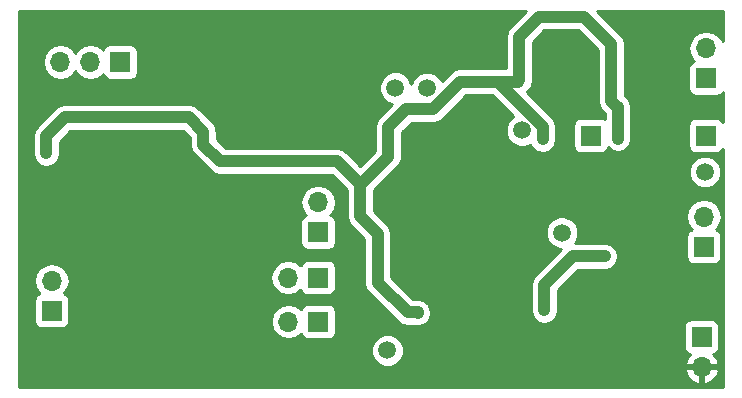
<source format=gbr>
G04 #@! TF.FileFunction,Copper,L2,Bot,Signal*
%FSLAX46Y46*%
G04 Gerber Fmt 4.6, Leading zero omitted, Abs format (unit mm)*
G04 Created by KiCad (PCBNEW 4.0.2-stable) date 15/05/2017 19:39:16*
%MOMM*%
G01*
G04 APERTURE LIST*
%ADD10C,0.100000*%
%ADD11R,1.700000X1.700000*%
%ADD12O,1.700000X1.700000*%
%ADD13C,1.500000*%
%ADD14C,0.800000*%
%ADD15C,0.600000*%
%ADD16C,1.000000*%
%ADD17C,0.500000*%
%ADD18C,0.254000*%
G04 APERTURE END LIST*
D10*
D11*
X234861100Y-72644000D03*
D12*
X234861100Y-70104000D03*
D11*
X235064300Y-58381900D03*
D12*
X235064300Y-55841900D03*
D11*
X202222100Y-78981300D03*
D12*
X199682100Y-78981300D03*
D11*
X202196700Y-75260200D03*
D12*
X199656700Y-75260200D03*
D11*
X234670600Y-80289400D03*
D12*
X234670600Y-82829400D03*
D13*
X219468700Y-62801500D03*
X211442300Y-59232800D03*
X234975400Y-66319400D03*
X208749900Y-59194700D03*
X222859600Y-71450200D03*
X208076800Y-81432400D03*
D11*
X202209400Y-71424800D03*
D12*
X202209400Y-68884800D03*
D11*
X185458100Y-57010300D03*
D12*
X182918100Y-57010300D03*
X180378100Y-57010300D03*
D11*
X225298000Y-63233300D03*
X235026200Y-63233300D03*
X179654200Y-78066900D03*
D12*
X179654200Y-75526900D03*
D14*
X221208600Y-63563500D03*
X221348300Y-78028800D03*
X226479100Y-73444100D03*
X227025200Y-59715400D03*
X227596700Y-62090300D03*
X227596700Y-60807600D03*
X227596700Y-63487300D03*
X179184300Y-63284100D03*
X179197000Y-64731900D03*
X196646800Y-65430400D03*
X195402200Y-65443100D03*
X201612500Y-65430400D03*
X205752700Y-68681600D03*
X204730350Y-66338450D03*
X203822300Y-65430400D03*
X205714600Y-67335400D03*
X205720950Y-67329050D03*
X205765400Y-70078600D03*
X193967100Y-65430400D03*
X210667600Y-78232000D03*
X225386900Y-56159400D03*
D15*
X219710000Y-84353400D03*
X184429400Y-81749900D03*
X190639700Y-81762600D03*
X212064600Y-73355200D03*
X229146100Y-59982100D03*
X231089200Y-59982100D03*
X177787300Y-68770500D03*
X231635300Y-84302600D03*
X229743000Y-84289900D03*
X212750400Y-83553300D03*
X218173300Y-76022200D03*
X216306400Y-76034900D03*
X205435200Y-54394100D03*
X202933300Y-64147700D03*
X205422500Y-64173100D03*
X180555900Y-68681600D03*
X191731900Y-69494400D03*
X191731900Y-67868800D03*
X226529900Y-71551800D03*
X222961200Y-61772800D03*
X222707200Y-67005200D03*
X222973900Y-69723000D03*
X199053450Y-53257450D03*
X197345300Y-68783200D03*
X197345300Y-67005200D03*
X214706200Y-76504800D03*
X214655400Y-74676000D03*
X199002650Y-66744850D03*
X180555900Y-67881500D03*
D16*
X216369900Y-58686700D02*
X217411300Y-58686700D01*
X221208600Y-62484000D02*
X221208600Y-63563500D01*
X217411300Y-58686700D02*
X221208600Y-62484000D01*
X221348300Y-78028800D02*
X221348300Y-75869800D01*
X221348300Y-75869800D02*
X223774000Y-73444100D01*
X223774000Y-73444100D02*
X226479100Y-73444100D01*
X227596700Y-60807600D02*
X227596700Y-60896500D01*
X205714600Y-67335400D02*
X205841600Y-67335400D01*
X205841600Y-67335400D02*
X208153000Y-65024000D01*
X208153000Y-65024000D02*
X208153000Y-62496700D01*
X208153000Y-62496700D02*
X209651600Y-60998100D01*
X209651600Y-60998100D02*
X211950300Y-60998100D01*
X211950300Y-60998100D02*
X214261700Y-58686700D01*
X214261700Y-58686700D02*
X216369900Y-58686700D01*
X216369900Y-58686700D02*
X219113100Y-58686700D01*
X219113100Y-58686700D02*
X219227400Y-58572400D01*
X219227400Y-58572400D02*
X219227400Y-54851300D01*
X219227400Y-54851300D02*
X220903800Y-53174900D01*
X220903800Y-53174900D02*
X224701100Y-53174900D01*
X224701100Y-53174900D02*
X227025200Y-55499000D01*
X227025200Y-55499000D02*
X227025200Y-59715400D01*
X227025200Y-59715400D02*
X227025200Y-60325000D01*
X227025200Y-60325000D02*
X227596700Y-60896500D01*
X227596700Y-60896500D02*
X227596700Y-62090300D01*
X227596700Y-62090300D02*
X227596700Y-63487300D01*
X179184300Y-63284100D02*
X179197000Y-63296800D01*
X179197000Y-63296800D02*
X179197000Y-63423800D01*
X179197000Y-64731900D02*
X179197000Y-63423800D01*
D17*
X179197000Y-63423800D02*
X179197000Y-63271400D01*
D16*
X193916300Y-65430400D02*
X192481200Y-63995300D01*
X192481200Y-63995300D02*
X192481200Y-62928500D01*
X192481200Y-62928500D02*
X191249300Y-61696600D01*
X191249300Y-61696600D02*
X180771800Y-61696600D01*
X180771800Y-61696600D02*
X179197000Y-63271400D01*
X193967100Y-65430400D02*
X193916300Y-65430400D01*
D17*
X195402200Y-65443100D02*
X195402200Y-65430400D01*
X195402200Y-65430400D02*
X195402200Y-65443100D01*
X195402200Y-65443100D02*
X195402200Y-65430400D01*
D16*
X201612500Y-65430400D02*
X196646800Y-65430400D01*
X202272900Y-65430400D02*
X201612500Y-65430400D01*
X202272900Y-65405000D02*
X202272900Y-65430400D01*
X202272900Y-65405000D02*
X202272900Y-65430400D01*
X205752700Y-68681600D02*
X205765400Y-68681600D01*
X205765400Y-68681600D02*
X205752700Y-68681600D01*
X205752700Y-68681600D02*
X205765400Y-68681600D01*
X205714600Y-67335400D02*
X205720950Y-67329050D01*
X205765400Y-70015100D02*
X205765400Y-70078600D01*
X203822300Y-65430400D02*
X202272900Y-65430400D01*
X196646800Y-65430400D02*
X195402200Y-65430400D01*
X195402200Y-65430400D02*
X193967100Y-65430400D01*
X205765400Y-67373500D02*
X204730350Y-66338450D01*
X204730350Y-66338450D02*
X203822300Y-65430400D01*
X205765400Y-70015100D02*
X205765400Y-68681600D01*
X205765400Y-68681600D02*
X205765400Y-67373500D01*
X207251300Y-71564500D02*
X205765400Y-70078600D01*
X207251300Y-75679300D02*
X207251300Y-71564500D01*
X209778600Y-78206600D02*
X207251300Y-75679300D01*
X210642200Y-78206600D02*
X209778600Y-78206600D01*
X210667600Y-78232000D02*
X210642200Y-78206600D01*
D18*
G36*
X218424834Y-54048734D02*
X218178797Y-54416954D01*
X218092400Y-54851300D01*
X218092400Y-57551700D01*
X214261700Y-57551700D01*
X213827354Y-57638097D01*
X213570172Y-57809941D01*
X213459134Y-57884134D01*
X212698077Y-58645191D01*
X212617131Y-58449285D01*
X212227864Y-58059339D01*
X211719002Y-57848041D01*
X211168015Y-57847560D01*
X210658785Y-58057969D01*
X210268839Y-58447236D01*
X210103826Y-58844630D01*
X209924731Y-58411185D01*
X209535464Y-58021239D01*
X209026602Y-57809941D01*
X208475615Y-57809460D01*
X207966385Y-58019869D01*
X207576439Y-58409136D01*
X207365141Y-58917998D01*
X207364660Y-59468985D01*
X207575069Y-59978215D01*
X207964336Y-60368161D01*
X208467482Y-60577085D01*
X207350434Y-61694134D01*
X207104397Y-62062354D01*
X207018000Y-62496700D01*
X207018000Y-64553868D01*
X205784450Y-65787418D01*
X204624866Y-64627834D01*
X204586852Y-64602434D01*
X204256646Y-64381797D01*
X203822300Y-64295400D01*
X202400594Y-64295400D01*
X202272900Y-64270000D01*
X202145206Y-64295400D01*
X194386432Y-64295400D01*
X193616200Y-63525168D01*
X193616200Y-62928500D01*
X193600537Y-62849755D01*
X193529804Y-62494155D01*
X193283766Y-62125934D01*
X192051866Y-60894034D01*
X191986563Y-60850400D01*
X191683646Y-60647997D01*
X191249300Y-60561600D01*
X180771800Y-60561600D01*
X180337455Y-60647996D01*
X179969234Y-60894033D01*
X178394434Y-62468834D01*
X178389347Y-62476447D01*
X178381734Y-62481534D01*
X178135697Y-62849755D01*
X178049300Y-63284100D01*
X178062000Y-63347947D01*
X178062000Y-64731900D01*
X178148397Y-65166246D01*
X178394434Y-65534466D01*
X178762654Y-65780503D01*
X179197000Y-65866900D01*
X179631346Y-65780503D01*
X179999566Y-65534466D01*
X180245603Y-65166246D01*
X180332000Y-64731900D01*
X180332000Y-63741532D01*
X181241933Y-62831600D01*
X190779168Y-62831600D01*
X191346200Y-63398632D01*
X191346200Y-63995300D01*
X191432597Y-64429646D01*
X191565022Y-64627834D01*
X191678634Y-64797866D01*
X193113734Y-66232966D01*
X193481954Y-66479003D01*
X193916300Y-66565400D01*
X203352168Y-66565400D01*
X204630400Y-67843632D01*
X204630400Y-68617753D01*
X204617700Y-68681600D01*
X204630400Y-68745447D01*
X204630400Y-70078600D01*
X204716797Y-70512946D01*
X204823264Y-70672285D01*
X204962834Y-70881166D01*
X206116300Y-72034632D01*
X206116300Y-75679300D01*
X206202697Y-76113646D01*
X206368702Y-76362090D01*
X206448734Y-76481866D01*
X208976034Y-79009166D01*
X209344254Y-79255203D01*
X209778600Y-79341600D01*
X210539906Y-79341600D01*
X210667600Y-79367000D01*
X211101945Y-79280603D01*
X211470166Y-79034566D01*
X211716203Y-78666345D01*
X211802600Y-78232000D01*
X211716203Y-77797655D01*
X211470166Y-77429434D01*
X211444766Y-77404034D01*
X211135187Y-77197180D01*
X211076546Y-77157997D01*
X210642200Y-77071600D01*
X210248732Y-77071600D01*
X209046932Y-75869800D01*
X220213300Y-75869800D01*
X220213300Y-78028800D01*
X220299697Y-78463146D01*
X220545734Y-78831366D01*
X220913954Y-79077403D01*
X221348300Y-79163800D01*
X221782646Y-79077403D01*
X222150866Y-78831366D01*
X222396903Y-78463146D01*
X222483300Y-78028800D01*
X222483300Y-76339932D01*
X224244132Y-74579100D01*
X226479100Y-74579100D01*
X226913446Y-74492703D01*
X227281666Y-74246666D01*
X227527703Y-73878446D01*
X227614100Y-73444100D01*
X227527703Y-73009754D01*
X227281666Y-72641534D01*
X226913446Y-72395497D01*
X226479100Y-72309100D01*
X223959597Y-72309100D01*
X224033061Y-72235764D01*
X224244359Y-71726902D01*
X224244840Y-71175915D01*
X224034431Y-70666685D01*
X223645164Y-70276739D01*
X223229163Y-70104000D01*
X233347007Y-70104000D01*
X233460046Y-70672285D01*
X233781953Y-71154054D01*
X233823552Y-71181850D01*
X233775783Y-71190838D01*
X233559659Y-71329910D01*
X233414669Y-71542110D01*
X233363660Y-71794000D01*
X233363660Y-73494000D01*
X233407938Y-73729317D01*
X233547010Y-73945441D01*
X233759210Y-74090431D01*
X234011100Y-74141440D01*
X235711100Y-74141440D01*
X235946417Y-74097162D01*
X236162541Y-73958090D01*
X236307531Y-73745890D01*
X236358540Y-73494000D01*
X236358540Y-71794000D01*
X236314262Y-71558683D01*
X236175190Y-71342559D01*
X235962990Y-71197569D01*
X235895559Y-71183914D01*
X235940247Y-71154054D01*
X236262154Y-70672285D01*
X236375193Y-70104000D01*
X236262154Y-69535715D01*
X235940247Y-69053946D01*
X235458478Y-68732039D01*
X234890193Y-68619000D01*
X234832007Y-68619000D01*
X234263722Y-68732039D01*
X233781953Y-69053946D01*
X233460046Y-69535715D01*
X233347007Y-70104000D01*
X223229163Y-70104000D01*
X223136302Y-70065441D01*
X222585315Y-70064960D01*
X222076085Y-70275369D01*
X221686139Y-70664636D01*
X221474841Y-71173498D01*
X221474360Y-71724485D01*
X221684769Y-72233715D01*
X222074036Y-72623661D01*
X222582898Y-72834959D01*
X222777839Y-72835129D01*
X220545734Y-75067234D01*
X220299697Y-75435454D01*
X220213300Y-75869800D01*
X209046932Y-75869800D01*
X208386300Y-75209168D01*
X208386300Y-71564500D01*
X208299903Y-71130154D01*
X208053866Y-70761934D01*
X206900400Y-69608468D01*
X206900400Y-67881732D01*
X208188447Y-66593685D01*
X233590160Y-66593685D01*
X233800569Y-67102915D01*
X234189836Y-67492861D01*
X234698698Y-67704159D01*
X235249685Y-67704640D01*
X235758915Y-67494231D01*
X236148861Y-67104964D01*
X236360159Y-66596102D01*
X236360640Y-66045115D01*
X236150231Y-65535885D01*
X235760964Y-65145939D01*
X235252102Y-64934641D01*
X234701115Y-64934160D01*
X234191885Y-65144569D01*
X233801939Y-65533836D01*
X233590641Y-66042698D01*
X233590160Y-66593685D01*
X208188447Y-66593685D01*
X208955566Y-65826566D01*
X209073626Y-65649877D01*
X209201603Y-65458346D01*
X209288000Y-65024000D01*
X209288000Y-62966832D01*
X210121733Y-62133100D01*
X211950300Y-62133100D01*
X212384646Y-62046703D01*
X212752866Y-61800666D01*
X214731832Y-59821700D01*
X216941168Y-59821700D01*
X218728316Y-61608848D01*
X218685185Y-61626669D01*
X218295239Y-62015936D01*
X218083941Y-62524798D01*
X218083460Y-63075785D01*
X218293869Y-63585015D01*
X218683136Y-63974961D01*
X219191998Y-64186259D01*
X219742985Y-64186740D01*
X220168683Y-64010846D01*
X220406034Y-64366066D01*
X220774254Y-64612103D01*
X221208600Y-64698500D01*
X221642946Y-64612103D01*
X222011166Y-64366066D01*
X222257203Y-63997846D01*
X222343600Y-63563500D01*
X222343600Y-62484000D01*
X222257203Y-62049654D01*
X222011166Y-61681434D01*
X219857718Y-59527986D01*
X219915666Y-59489266D01*
X220029966Y-59374966D01*
X220276004Y-59006745D01*
X220362400Y-58572400D01*
X220362400Y-55321432D01*
X221373932Y-54309900D01*
X224230968Y-54309900D01*
X225890200Y-55969132D01*
X225890200Y-60325000D01*
X225976597Y-60759346D01*
X226165258Y-61041697D01*
X226222634Y-61127566D01*
X226461700Y-61366632D01*
X226461700Y-61829102D01*
X226399890Y-61786869D01*
X226148000Y-61735860D01*
X224448000Y-61735860D01*
X224212683Y-61780138D01*
X223996559Y-61919210D01*
X223851569Y-62131410D01*
X223800560Y-62383300D01*
X223800560Y-64083300D01*
X223844838Y-64318617D01*
X223983910Y-64534741D01*
X224196110Y-64679731D01*
X224448000Y-64730740D01*
X226148000Y-64730740D01*
X226383317Y-64686462D01*
X226599441Y-64547390D01*
X226744431Y-64335190D01*
X226763035Y-64243323D01*
X226794134Y-64289866D01*
X227162354Y-64535903D01*
X227596700Y-64622300D01*
X228031046Y-64535903D01*
X228399266Y-64289866D01*
X228645303Y-63921646D01*
X228731700Y-63487300D01*
X228731700Y-60807600D01*
X228645303Y-60373254D01*
X228399266Y-60005034D01*
X228160200Y-59845295D01*
X228160200Y-55499000D01*
X228073803Y-55064654D01*
X227827766Y-54696434D01*
X225797032Y-52665700D01*
X236449800Y-52665700D01*
X236449800Y-55250337D01*
X236143447Y-54791846D01*
X235661678Y-54469939D01*
X235093393Y-54356900D01*
X235035207Y-54356900D01*
X234466922Y-54469939D01*
X233985153Y-54791846D01*
X233663246Y-55273615D01*
X233550207Y-55841900D01*
X233663246Y-56410185D01*
X233985153Y-56891954D01*
X234026752Y-56919750D01*
X233978983Y-56928738D01*
X233762859Y-57067810D01*
X233617869Y-57280010D01*
X233566860Y-57531900D01*
X233566860Y-59231900D01*
X233611138Y-59467217D01*
X233750210Y-59683341D01*
X233962410Y-59828331D01*
X234214300Y-59879340D01*
X235914300Y-59879340D01*
X236149617Y-59835062D01*
X236365741Y-59695990D01*
X236449800Y-59572966D01*
X236449800Y-62102042D01*
X236340290Y-61931859D01*
X236128090Y-61786869D01*
X235876200Y-61735860D01*
X234176200Y-61735860D01*
X233940883Y-61780138D01*
X233724759Y-61919210D01*
X233579769Y-62131410D01*
X233528760Y-62383300D01*
X233528760Y-64083300D01*
X233573038Y-64318617D01*
X233712110Y-64534741D01*
X233924310Y-64679731D01*
X234176200Y-64730740D01*
X235876200Y-64730740D01*
X236111517Y-64686462D01*
X236327641Y-64547390D01*
X236449800Y-64368604D01*
X236449800Y-84507000D01*
X176897100Y-84507000D01*
X176897100Y-83186290D01*
X233229124Y-83186290D01*
X233398955Y-83596324D01*
X233789242Y-84024583D01*
X234313708Y-84270886D01*
X234543600Y-84150219D01*
X234543600Y-82956400D01*
X234797600Y-82956400D01*
X234797600Y-84150219D01*
X235027492Y-84270886D01*
X235551958Y-84024583D01*
X235942245Y-83596324D01*
X236112076Y-83186290D01*
X235990755Y-82956400D01*
X234797600Y-82956400D01*
X234543600Y-82956400D01*
X233350445Y-82956400D01*
X233229124Y-83186290D01*
X176897100Y-83186290D01*
X176897100Y-81706685D01*
X206691560Y-81706685D01*
X206901969Y-82215915D01*
X207291236Y-82605861D01*
X207800098Y-82817159D01*
X208351085Y-82817640D01*
X208860315Y-82607231D01*
X209250261Y-82217964D01*
X209461559Y-81709102D01*
X209462040Y-81158115D01*
X209251631Y-80648885D01*
X208862364Y-80258939D01*
X208353502Y-80047641D01*
X207802515Y-80047160D01*
X207293285Y-80257569D01*
X206903339Y-80646836D01*
X206692041Y-81155698D01*
X206691560Y-81706685D01*
X176897100Y-81706685D01*
X176897100Y-75526900D01*
X178140107Y-75526900D01*
X178253146Y-76095185D01*
X178575053Y-76576954D01*
X178616652Y-76604750D01*
X178568883Y-76613738D01*
X178352759Y-76752810D01*
X178207769Y-76965010D01*
X178156760Y-77216900D01*
X178156760Y-78916900D01*
X178201038Y-79152217D01*
X178340110Y-79368341D01*
X178552310Y-79513331D01*
X178804200Y-79564340D01*
X180504200Y-79564340D01*
X180739517Y-79520062D01*
X180955641Y-79380990D01*
X181100631Y-79168790D01*
X181144490Y-78952207D01*
X198197100Y-78952207D01*
X198197100Y-79010393D01*
X198310139Y-79578678D01*
X198632046Y-80060447D01*
X199113815Y-80382354D01*
X199682100Y-80495393D01*
X200250385Y-80382354D01*
X200732154Y-80060447D01*
X200759950Y-80018848D01*
X200768938Y-80066617D01*
X200908010Y-80282741D01*
X201120210Y-80427731D01*
X201372100Y-80478740D01*
X203072100Y-80478740D01*
X203307417Y-80434462D01*
X203523541Y-80295390D01*
X203668531Y-80083190D01*
X203719540Y-79831300D01*
X203719540Y-79439400D01*
X233173160Y-79439400D01*
X233173160Y-81139400D01*
X233217438Y-81374717D01*
X233356510Y-81590841D01*
X233568710Y-81735831D01*
X233676707Y-81757701D01*
X233398955Y-82062476D01*
X233229124Y-82472510D01*
X233350445Y-82702400D01*
X234543600Y-82702400D01*
X234543600Y-82682400D01*
X234797600Y-82682400D01*
X234797600Y-82702400D01*
X235990755Y-82702400D01*
X236112076Y-82472510D01*
X235942245Y-82062476D01*
X235666099Y-81759463D01*
X235755917Y-81742562D01*
X235972041Y-81603490D01*
X236117031Y-81391290D01*
X236168040Y-81139400D01*
X236168040Y-79439400D01*
X236123762Y-79204083D01*
X235984690Y-78987959D01*
X235772490Y-78842969D01*
X235520600Y-78791960D01*
X233820600Y-78791960D01*
X233585283Y-78836238D01*
X233369159Y-78975310D01*
X233224169Y-79187510D01*
X233173160Y-79439400D01*
X203719540Y-79439400D01*
X203719540Y-78131300D01*
X203675262Y-77895983D01*
X203536190Y-77679859D01*
X203323990Y-77534869D01*
X203072100Y-77483860D01*
X201372100Y-77483860D01*
X201136783Y-77528138D01*
X200920659Y-77667210D01*
X200775669Y-77879410D01*
X200762014Y-77946841D01*
X200732154Y-77902153D01*
X200250385Y-77580246D01*
X199682100Y-77467207D01*
X199113815Y-77580246D01*
X198632046Y-77902153D01*
X198310139Y-78383922D01*
X198197100Y-78952207D01*
X181144490Y-78952207D01*
X181151640Y-78916900D01*
X181151640Y-77216900D01*
X181107362Y-76981583D01*
X180968290Y-76765459D01*
X180756090Y-76620469D01*
X180688659Y-76606814D01*
X180733347Y-76576954D01*
X181055254Y-76095185D01*
X181168293Y-75526900D01*
X181109457Y-75231107D01*
X198171700Y-75231107D01*
X198171700Y-75289293D01*
X198284739Y-75857578D01*
X198606646Y-76339347D01*
X199088415Y-76661254D01*
X199656700Y-76774293D01*
X200224985Y-76661254D01*
X200706754Y-76339347D01*
X200734550Y-76297748D01*
X200743538Y-76345517D01*
X200882610Y-76561641D01*
X201094810Y-76706631D01*
X201346700Y-76757640D01*
X203046700Y-76757640D01*
X203282017Y-76713362D01*
X203498141Y-76574290D01*
X203643131Y-76362090D01*
X203694140Y-76110200D01*
X203694140Y-74410200D01*
X203649862Y-74174883D01*
X203510790Y-73958759D01*
X203298590Y-73813769D01*
X203046700Y-73762760D01*
X201346700Y-73762760D01*
X201111383Y-73807038D01*
X200895259Y-73946110D01*
X200750269Y-74158310D01*
X200736614Y-74225741D01*
X200706754Y-74181053D01*
X200224985Y-73859146D01*
X199656700Y-73746107D01*
X199088415Y-73859146D01*
X198606646Y-74181053D01*
X198284739Y-74662822D01*
X198171700Y-75231107D01*
X181109457Y-75231107D01*
X181055254Y-74958615D01*
X180733347Y-74476846D01*
X180251578Y-74154939D01*
X179683293Y-74041900D01*
X179625107Y-74041900D01*
X179056822Y-74154939D01*
X178575053Y-74476846D01*
X178253146Y-74958615D01*
X178140107Y-75526900D01*
X176897100Y-75526900D01*
X176897100Y-68884800D01*
X200695307Y-68884800D01*
X200808346Y-69453085D01*
X201130253Y-69934854D01*
X201171852Y-69962650D01*
X201124083Y-69971638D01*
X200907959Y-70110710D01*
X200762969Y-70322910D01*
X200711960Y-70574800D01*
X200711960Y-72274800D01*
X200756238Y-72510117D01*
X200895310Y-72726241D01*
X201107510Y-72871231D01*
X201359400Y-72922240D01*
X203059400Y-72922240D01*
X203294717Y-72877962D01*
X203510841Y-72738890D01*
X203655831Y-72526690D01*
X203706840Y-72274800D01*
X203706840Y-70574800D01*
X203662562Y-70339483D01*
X203523490Y-70123359D01*
X203311290Y-69978369D01*
X203243859Y-69964714D01*
X203288547Y-69934854D01*
X203610454Y-69453085D01*
X203723493Y-68884800D01*
X203610454Y-68316515D01*
X203288547Y-67834746D01*
X202806778Y-67512839D01*
X202238493Y-67399800D01*
X202180307Y-67399800D01*
X201612022Y-67512839D01*
X201130253Y-67834746D01*
X200808346Y-68316515D01*
X200695307Y-68884800D01*
X176897100Y-68884800D01*
X176897100Y-56981207D01*
X178893100Y-56981207D01*
X178893100Y-57039393D01*
X179006139Y-57607678D01*
X179328046Y-58089447D01*
X179809815Y-58411354D01*
X180378100Y-58524393D01*
X180946385Y-58411354D01*
X181428154Y-58089447D01*
X181648100Y-57760274D01*
X181868046Y-58089447D01*
X182349815Y-58411354D01*
X182918100Y-58524393D01*
X183486385Y-58411354D01*
X183968154Y-58089447D01*
X183995950Y-58047848D01*
X184004938Y-58095617D01*
X184144010Y-58311741D01*
X184356210Y-58456731D01*
X184608100Y-58507740D01*
X186308100Y-58507740D01*
X186543417Y-58463462D01*
X186759541Y-58324390D01*
X186904531Y-58112190D01*
X186955540Y-57860300D01*
X186955540Y-56160300D01*
X186911262Y-55924983D01*
X186772190Y-55708859D01*
X186559990Y-55563869D01*
X186308100Y-55512860D01*
X184608100Y-55512860D01*
X184372783Y-55557138D01*
X184156659Y-55696210D01*
X184011669Y-55908410D01*
X183998014Y-55975841D01*
X183968154Y-55931153D01*
X183486385Y-55609246D01*
X182918100Y-55496207D01*
X182349815Y-55609246D01*
X181868046Y-55931153D01*
X181648100Y-56260326D01*
X181428154Y-55931153D01*
X180946385Y-55609246D01*
X180378100Y-55496207D01*
X179809815Y-55609246D01*
X179328046Y-55931153D01*
X179006139Y-56412922D01*
X178893100Y-56981207D01*
X176897100Y-56981207D01*
X176897100Y-52665700D01*
X219807868Y-52665700D01*
X218424834Y-54048734D01*
X218424834Y-54048734D01*
G37*
X218424834Y-54048734D02*
X218178797Y-54416954D01*
X218092400Y-54851300D01*
X218092400Y-57551700D01*
X214261700Y-57551700D01*
X213827354Y-57638097D01*
X213570172Y-57809941D01*
X213459134Y-57884134D01*
X212698077Y-58645191D01*
X212617131Y-58449285D01*
X212227864Y-58059339D01*
X211719002Y-57848041D01*
X211168015Y-57847560D01*
X210658785Y-58057969D01*
X210268839Y-58447236D01*
X210103826Y-58844630D01*
X209924731Y-58411185D01*
X209535464Y-58021239D01*
X209026602Y-57809941D01*
X208475615Y-57809460D01*
X207966385Y-58019869D01*
X207576439Y-58409136D01*
X207365141Y-58917998D01*
X207364660Y-59468985D01*
X207575069Y-59978215D01*
X207964336Y-60368161D01*
X208467482Y-60577085D01*
X207350434Y-61694134D01*
X207104397Y-62062354D01*
X207018000Y-62496700D01*
X207018000Y-64553868D01*
X205784450Y-65787418D01*
X204624866Y-64627834D01*
X204586852Y-64602434D01*
X204256646Y-64381797D01*
X203822300Y-64295400D01*
X202400594Y-64295400D01*
X202272900Y-64270000D01*
X202145206Y-64295400D01*
X194386432Y-64295400D01*
X193616200Y-63525168D01*
X193616200Y-62928500D01*
X193600537Y-62849755D01*
X193529804Y-62494155D01*
X193283766Y-62125934D01*
X192051866Y-60894034D01*
X191986563Y-60850400D01*
X191683646Y-60647997D01*
X191249300Y-60561600D01*
X180771800Y-60561600D01*
X180337455Y-60647996D01*
X179969234Y-60894033D01*
X178394434Y-62468834D01*
X178389347Y-62476447D01*
X178381734Y-62481534D01*
X178135697Y-62849755D01*
X178049300Y-63284100D01*
X178062000Y-63347947D01*
X178062000Y-64731900D01*
X178148397Y-65166246D01*
X178394434Y-65534466D01*
X178762654Y-65780503D01*
X179197000Y-65866900D01*
X179631346Y-65780503D01*
X179999566Y-65534466D01*
X180245603Y-65166246D01*
X180332000Y-64731900D01*
X180332000Y-63741532D01*
X181241933Y-62831600D01*
X190779168Y-62831600D01*
X191346200Y-63398632D01*
X191346200Y-63995300D01*
X191432597Y-64429646D01*
X191565022Y-64627834D01*
X191678634Y-64797866D01*
X193113734Y-66232966D01*
X193481954Y-66479003D01*
X193916300Y-66565400D01*
X203352168Y-66565400D01*
X204630400Y-67843632D01*
X204630400Y-68617753D01*
X204617700Y-68681600D01*
X204630400Y-68745447D01*
X204630400Y-70078600D01*
X204716797Y-70512946D01*
X204823264Y-70672285D01*
X204962834Y-70881166D01*
X206116300Y-72034632D01*
X206116300Y-75679300D01*
X206202697Y-76113646D01*
X206368702Y-76362090D01*
X206448734Y-76481866D01*
X208976034Y-79009166D01*
X209344254Y-79255203D01*
X209778600Y-79341600D01*
X210539906Y-79341600D01*
X210667600Y-79367000D01*
X211101945Y-79280603D01*
X211470166Y-79034566D01*
X211716203Y-78666345D01*
X211802600Y-78232000D01*
X211716203Y-77797655D01*
X211470166Y-77429434D01*
X211444766Y-77404034D01*
X211135187Y-77197180D01*
X211076546Y-77157997D01*
X210642200Y-77071600D01*
X210248732Y-77071600D01*
X209046932Y-75869800D01*
X220213300Y-75869800D01*
X220213300Y-78028800D01*
X220299697Y-78463146D01*
X220545734Y-78831366D01*
X220913954Y-79077403D01*
X221348300Y-79163800D01*
X221782646Y-79077403D01*
X222150866Y-78831366D01*
X222396903Y-78463146D01*
X222483300Y-78028800D01*
X222483300Y-76339932D01*
X224244132Y-74579100D01*
X226479100Y-74579100D01*
X226913446Y-74492703D01*
X227281666Y-74246666D01*
X227527703Y-73878446D01*
X227614100Y-73444100D01*
X227527703Y-73009754D01*
X227281666Y-72641534D01*
X226913446Y-72395497D01*
X226479100Y-72309100D01*
X223959597Y-72309100D01*
X224033061Y-72235764D01*
X224244359Y-71726902D01*
X224244840Y-71175915D01*
X224034431Y-70666685D01*
X223645164Y-70276739D01*
X223229163Y-70104000D01*
X233347007Y-70104000D01*
X233460046Y-70672285D01*
X233781953Y-71154054D01*
X233823552Y-71181850D01*
X233775783Y-71190838D01*
X233559659Y-71329910D01*
X233414669Y-71542110D01*
X233363660Y-71794000D01*
X233363660Y-73494000D01*
X233407938Y-73729317D01*
X233547010Y-73945441D01*
X233759210Y-74090431D01*
X234011100Y-74141440D01*
X235711100Y-74141440D01*
X235946417Y-74097162D01*
X236162541Y-73958090D01*
X236307531Y-73745890D01*
X236358540Y-73494000D01*
X236358540Y-71794000D01*
X236314262Y-71558683D01*
X236175190Y-71342559D01*
X235962990Y-71197569D01*
X235895559Y-71183914D01*
X235940247Y-71154054D01*
X236262154Y-70672285D01*
X236375193Y-70104000D01*
X236262154Y-69535715D01*
X235940247Y-69053946D01*
X235458478Y-68732039D01*
X234890193Y-68619000D01*
X234832007Y-68619000D01*
X234263722Y-68732039D01*
X233781953Y-69053946D01*
X233460046Y-69535715D01*
X233347007Y-70104000D01*
X223229163Y-70104000D01*
X223136302Y-70065441D01*
X222585315Y-70064960D01*
X222076085Y-70275369D01*
X221686139Y-70664636D01*
X221474841Y-71173498D01*
X221474360Y-71724485D01*
X221684769Y-72233715D01*
X222074036Y-72623661D01*
X222582898Y-72834959D01*
X222777839Y-72835129D01*
X220545734Y-75067234D01*
X220299697Y-75435454D01*
X220213300Y-75869800D01*
X209046932Y-75869800D01*
X208386300Y-75209168D01*
X208386300Y-71564500D01*
X208299903Y-71130154D01*
X208053866Y-70761934D01*
X206900400Y-69608468D01*
X206900400Y-67881732D01*
X208188447Y-66593685D01*
X233590160Y-66593685D01*
X233800569Y-67102915D01*
X234189836Y-67492861D01*
X234698698Y-67704159D01*
X235249685Y-67704640D01*
X235758915Y-67494231D01*
X236148861Y-67104964D01*
X236360159Y-66596102D01*
X236360640Y-66045115D01*
X236150231Y-65535885D01*
X235760964Y-65145939D01*
X235252102Y-64934641D01*
X234701115Y-64934160D01*
X234191885Y-65144569D01*
X233801939Y-65533836D01*
X233590641Y-66042698D01*
X233590160Y-66593685D01*
X208188447Y-66593685D01*
X208955566Y-65826566D01*
X209073626Y-65649877D01*
X209201603Y-65458346D01*
X209288000Y-65024000D01*
X209288000Y-62966832D01*
X210121733Y-62133100D01*
X211950300Y-62133100D01*
X212384646Y-62046703D01*
X212752866Y-61800666D01*
X214731832Y-59821700D01*
X216941168Y-59821700D01*
X218728316Y-61608848D01*
X218685185Y-61626669D01*
X218295239Y-62015936D01*
X218083941Y-62524798D01*
X218083460Y-63075785D01*
X218293869Y-63585015D01*
X218683136Y-63974961D01*
X219191998Y-64186259D01*
X219742985Y-64186740D01*
X220168683Y-64010846D01*
X220406034Y-64366066D01*
X220774254Y-64612103D01*
X221208600Y-64698500D01*
X221642946Y-64612103D01*
X222011166Y-64366066D01*
X222257203Y-63997846D01*
X222343600Y-63563500D01*
X222343600Y-62484000D01*
X222257203Y-62049654D01*
X222011166Y-61681434D01*
X219857718Y-59527986D01*
X219915666Y-59489266D01*
X220029966Y-59374966D01*
X220276004Y-59006745D01*
X220362400Y-58572400D01*
X220362400Y-55321432D01*
X221373932Y-54309900D01*
X224230968Y-54309900D01*
X225890200Y-55969132D01*
X225890200Y-60325000D01*
X225976597Y-60759346D01*
X226165258Y-61041697D01*
X226222634Y-61127566D01*
X226461700Y-61366632D01*
X226461700Y-61829102D01*
X226399890Y-61786869D01*
X226148000Y-61735860D01*
X224448000Y-61735860D01*
X224212683Y-61780138D01*
X223996559Y-61919210D01*
X223851569Y-62131410D01*
X223800560Y-62383300D01*
X223800560Y-64083300D01*
X223844838Y-64318617D01*
X223983910Y-64534741D01*
X224196110Y-64679731D01*
X224448000Y-64730740D01*
X226148000Y-64730740D01*
X226383317Y-64686462D01*
X226599441Y-64547390D01*
X226744431Y-64335190D01*
X226763035Y-64243323D01*
X226794134Y-64289866D01*
X227162354Y-64535903D01*
X227596700Y-64622300D01*
X228031046Y-64535903D01*
X228399266Y-64289866D01*
X228645303Y-63921646D01*
X228731700Y-63487300D01*
X228731700Y-60807600D01*
X228645303Y-60373254D01*
X228399266Y-60005034D01*
X228160200Y-59845295D01*
X228160200Y-55499000D01*
X228073803Y-55064654D01*
X227827766Y-54696434D01*
X225797032Y-52665700D01*
X236449800Y-52665700D01*
X236449800Y-55250337D01*
X236143447Y-54791846D01*
X235661678Y-54469939D01*
X235093393Y-54356900D01*
X235035207Y-54356900D01*
X234466922Y-54469939D01*
X233985153Y-54791846D01*
X233663246Y-55273615D01*
X233550207Y-55841900D01*
X233663246Y-56410185D01*
X233985153Y-56891954D01*
X234026752Y-56919750D01*
X233978983Y-56928738D01*
X233762859Y-57067810D01*
X233617869Y-57280010D01*
X233566860Y-57531900D01*
X233566860Y-59231900D01*
X233611138Y-59467217D01*
X233750210Y-59683341D01*
X233962410Y-59828331D01*
X234214300Y-59879340D01*
X235914300Y-59879340D01*
X236149617Y-59835062D01*
X236365741Y-59695990D01*
X236449800Y-59572966D01*
X236449800Y-62102042D01*
X236340290Y-61931859D01*
X236128090Y-61786869D01*
X235876200Y-61735860D01*
X234176200Y-61735860D01*
X233940883Y-61780138D01*
X233724759Y-61919210D01*
X233579769Y-62131410D01*
X233528760Y-62383300D01*
X233528760Y-64083300D01*
X233573038Y-64318617D01*
X233712110Y-64534741D01*
X233924310Y-64679731D01*
X234176200Y-64730740D01*
X235876200Y-64730740D01*
X236111517Y-64686462D01*
X236327641Y-64547390D01*
X236449800Y-64368604D01*
X236449800Y-84507000D01*
X176897100Y-84507000D01*
X176897100Y-83186290D01*
X233229124Y-83186290D01*
X233398955Y-83596324D01*
X233789242Y-84024583D01*
X234313708Y-84270886D01*
X234543600Y-84150219D01*
X234543600Y-82956400D01*
X234797600Y-82956400D01*
X234797600Y-84150219D01*
X235027492Y-84270886D01*
X235551958Y-84024583D01*
X235942245Y-83596324D01*
X236112076Y-83186290D01*
X235990755Y-82956400D01*
X234797600Y-82956400D01*
X234543600Y-82956400D01*
X233350445Y-82956400D01*
X233229124Y-83186290D01*
X176897100Y-83186290D01*
X176897100Y-81706685D01*
X206691560Y-81706685D01*
X206901969Y-82215915D01*
X207291236Y-82605861D01*
X207800098Y-82817159D01*
X208351085Y-82817640D01*
X208860315Y-82607231D01*
X209250261Y-82217964D01*
X209461559Y-81709102D01*
X209462040Y-81158115D01*
X209251631Y-80648885D01*
X208862364Y-80258939D01*
X208353502Y-80047641D01*
X207802515Y-80047160D01*
X207293285Y-80257569D01*
X206903339Y-80646836D01*
X206692041Y-81155698D01*
X206691560Y-81706685D01*
X176897100Y-81706685D01*
X176897100Y-75526900D01*
X178140107Y-75526900D01*
X178253146Y-76095185D01*
X178575053Y-76576954D01*
X178616652Y-76604750D01*
X178568883Y-76613738D01*
X178352759Y-76752810D01*
X178207769Y-76965010D01*
X178156760Y-77216900D01*
X178156760Y-78916900D01*
X178201038Y-79152217D01*
X178340110Y-79368341D01*
X178552310Y-79513331D01*
X178804200Y-79564340D01*
X180504200Y-79564340D01*
X180739517Y-79520062D01*
X180955641Y-79380990D01*
X181100631Y-79168790D01*
X181144490Y-78952207D01*
X198197100Y-78952207D01*
X198197100Y-79010393D01*
X198310139Y-79578678D01*
X198632046Y-80060447D01*
X199113815Y-80382354D01*
X199682100Y-80495393D01*
X200250385Y-80382354D01*
X200732154Y-80060447D01*
X200759950Y-80018848D01*
X200768938Y-80066617D01*
X200908010Y-80282741D01*
X201120210Y-80427731D01*
X201372100Y-80478740D01*
X203072100Y-80478740D01*
X203307417Y-80434462D01*
X203523541Y-80295390D01*
X203668531Y-80083190D01*
X203719540Y-79831300D01*
X203719540Y-79439400D01*
X233173160Y-79439400D01*
X233173160Y-81139400D01*
X233217438Y-81374717D01*
X233356510Y-81590841D01*
X233568710Y-81735831D01*
X233676707Y-81757701D01*
X233398955Y-82062476D01*
X233229124Y-82472510D01*
X233350445Y-82702400D01*
X234543600Y-82702400D01*
X234543600Y-82682400D01*
X234797600Y-82682400D01*
X234797600Y-82702400D01*
X235990755Y-82702400D01*
X236112076Y-82472510D01*
X235942245Y-82062476D01*
X235666099Y-81759463D01*
X235755917Y-81742562D01*
X235972041Y-81603490D01*
X236117031Y-81391290D01*
X236168040Y-81139400D01*
X236168040Y-79439400D01*
X236123762Y-79204083D01*
X235984690Y-78987959D01*
X235772490Y-78842969D01*
X235520600Y-78791960D01*
X233820600Y-78791960D01*
X233585283Y-78836238D01*
X233369159Y-78975310D01*
X233224169Y-79187510D01*
X233173160Y-79439400D01*
X203719540Y-79439400D01*
X203719540Y-78131300D01*
X203675262Y-77895983D01*
X203536190Y-77679859D01*
X203323990Y-77534869D01*
X203072100Y-77483860D01*
X201372100Y-77483860D01*
X201136783Y-77528138D01*
X200920659Y-77667210D01*
X200775669Y-77879410D01*
X200762014Y-77946841D01*
X200732154Y-77902153D01*
X200250385Y-77580246D01*
X199682100Y-77467207D01*
X199113815Y-77580246D01*
X198632046Y-77902153D01*
X198310139Y-78383922D01*
X198197100Y-78952207D01*
X181144490Y-78952207D01*
X181151640Y-78916900D01*
X181151640Y-77216900D01*
X181107362Y-76981583D01*
X180968290Y-76765459D01*
X180756090Y-76620469D01*
X180688659Y-76606814D01*
X180733347Y-76576954D01*
X181055254Y-76095185D01*
X181168293Y-75526900D01*
X181109457Y-75231107D01*
X198171700Y-75231107D01*
X198171700Y-75289293D01*
X198284739Y-75857578D01*
X198606646Y-76339347D01*
X199088415Y-76661254D01*
X199656700Y-76774293D01*
X200224985Y-76661254D01*
X200706754Y-76339347D01*
X200734550Y-76297748D01*
X200743538Y-76345517D01*
X200882610Y-76561641D01*
X201094810Y-76706631D01*
X201346700Y-76757640D01*
X203046700Y-76757640D01*
X203282017Y-76713362D01*
X203498141Y-76574290D01*
X203643131Y-76362090D01*
X203694140Y-76110200D01*
X203694140Y-74410200D01*
X203649862Y-74174883D01*
X203510790Y-73958759D01*
X203298590Y-73813769D01*
X203046700Y-73762760D01*
X201346700Y-73762760D01*
X201111383Y-73807038D01*
X200895259Y-73946110D01*
X200750269Y-74158310D01*
X200736614Y-74225741D01*
X200706754Y-74181053D01*
X200224985Y-73859146D01*
X199656700Y-73746107D01*
X199088415Y-73859146D01*
X198606646Y-74181053D01*
X198284739Y-74662822D01*
X198171700Y-75231107D01*
X181109457Y-75231107D01*
X181055254Y-74958615D01*
X180733347Y-74476846D01*
X180251578Y-74154939D01*
X179683293Y-74041900D01*
X179625107Y-74041900D01*
X179056822Y-74154939D01*
X178575053Y-74476846D01*
X178253146Y-74958615D01*
X178140107Y-75526900D01*
X176897100Y-75526900D01*
X176897100Y-68884800D01*
X200695307Y-68884800D01*
X200808346Y-69453085D01*
X201130253Y-69934854D01*
X201171852Y-69962650D01*
X201124083Y-69971638D01*
X200907959Y-70110710D01*
X200762969Y-70322910D01*
X200711960Y-70574800D01*
X200711960Y-72274800D01*
X200756238Y-72510117D01*
X200895310Y-72726241D01*
X201107510Y-72871231D01*
X201359400Y-72922240D01*
X203059400Y-72922240D01*
X203294717Y-72877962D01*
X203510841Y-72738890D01*
X203655831Y-72526690D01*
X203706840Y-72274800D01*
X203706840Y-70574800D01*
X203662562Y-70339483D01*
X203523490Y-70123359D01*
X203311290Y-69978369D01*
X203243859Y-69964714D01*
X203288547Y-69934854D01*
X203610454Y-69453085D01*
X203723493Y-68884800D01*
X203610454Y-68316515D01*
X203288547Y-67834746D01*
X202806778Y-67512839D01*
X202238493Y-67399800D01*
X202180307Y-67399800D01*
X201612022Y-67512839D01*
X201130253Y-67834746D01*
X200808346Y-68316515D01*
X200695307Y-68884800D01*
X176897100Y-68884800D01*
X176897100Y-56981207D01*
X178893100Y-56981207D01*
X178893100Y-57039393D01*
X179006139Y-57607678D01*
X179328046Y-58089447D01*
X179809815Y-58411354D01*
X180378100Y-58524393D01*
X180946385Y-58411354D01*
X181428154Y-58089447D01*
X181648100Y-57760274D01*
X181868046Y-58089447D01*
X182349815Y-58411354D01*
X182918100Y-58524393D01*
X183486385Y-58411354D01*
X183968154Y-58089447D01*
X183995950Y-58047848D01*
X184004938Y-58095617D01*
X184144010Y-58311741D01*
X184356210Y-58456731D01*
X184608100Y-58507740D01*
X186308100Y-58507740D01*
X186543417Y-58463462D01*
X186759541Y-58324390D01*
X186904531Y-58112190D01*
X186955540Y-57860300D01*
X186955540Y-56160300D01*
X186911262Y-55924983D01*
X186772190Y-55708859D01*
X186559990Y-55563869D01*
X186308100Y-55512860D01*
X184608100Y-55512860D01*
X184372783Y-55557138D01*
X184156659Y-55696210D01*
X184011669Y-55908410D01*
X183998014Y-55975841D01*
X183968154Y-55931153D01*
X183486385Y-55609246D01*
X182918100Y-55496207D01*
X182349815Y-55609246D01*
X181868046Y-55931153D01*
X181648100Y-56260326D01*
X181428154Y-55931153D01*
X180946385Y-55609246D01*
X180378100Y-55496207D01*
X179809815Y-55609246D01*
X179328046Y-55931153D01*
X179006139Y-56412922D01*
X178893100Y-56981207D01*
X176897100Y-56981207D01*
X176897100Y-52665700D01*
X219807868Y-52665700D01*
X218424834Y-54048734D01*
M02*

</source>
